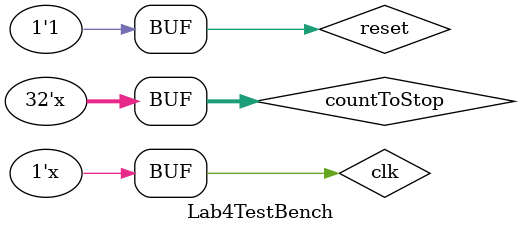
<source format=v>
`timescale 1ns/1ns

module Lab4TestBench();
	
	reg start, stop, reset, clk;
   wire [6:0] sevSeg;
   integer countToStop = 0;

	// connect the start, stop, reset, and sevSeg values
   Lab4 l4(.start(start), .stop(stop), .reset(reset), .clk(clk), .segments(sevSeg));

   initial begin
		clk = 1'b0;
		start = 1'b1;
		stop = 1'b1;
		reset = 1'b1;
		#10
		// trigger a reset
		reset = 1'b0;
		#10
		// trigger a start
		start = 1'b0;
		// return reset to its default value. 
		reset = 1'b1;
		#10
		// return start to its default value
		start = 1'b1;
	end

	always #20 begin
	  // This simulates our 50Mhz clock.
	  clk = !clk;
	  // After 500 time intervals, trigger a stop
	  // you can set this to any value you like
	  if(countToStop == 500) begin
			stop = 1'b0;
			#10
			stop = 1'b1;
	  end
	  // After 100 more time intervals, start again
	  else if(countToStop == 600) begin
			start = 1'b0;
			#10
			start = 1'b1;
	  end
	   // because this is a simulation file, we don't need an else block here
		countToStop = countToStop + 1;
	 end

endmodule 
</source>
